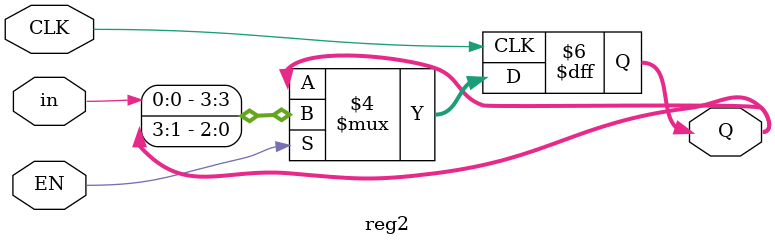
<source format=v>
module reg2(EN, in, CLK, Q);
parameter n = 4; 
input EN; 
input in; 
input CLK; 
output [n-1:0] Q; 
reg [n-1:0] Q;

initial Q = 4'b1001 ;
always @(posedge CLK) 
begin 
	if (EN) 
		Q={in,Q[n-1:1]}; 
		end 
		
endmodule
</source>
